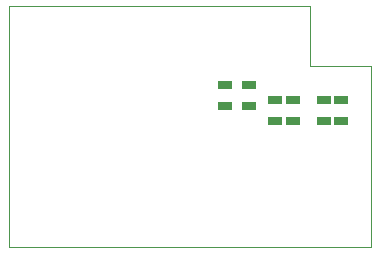
<source format=gtp>
G75*
%MOIN*%
%OFA0B0*%
%FSLAX25Y25*%
%IPPOS*%
%LPD*%
%AMOC8*
5,1,8,0,0,1.08239X$1,22.5*
%
%ADD10C,0.00000*%
%ADD11R,0.04724X0.03150*%
D10*
X0030829Y0002606D02*
X0151329Y0002606D01*
X0151329Y0062811D01*
X0131250Y0062850D01*
X0131211Y0062889D01*
X0131211Y0072811D01*
X0131250Y0082850D01*
X0030829Y0082850D01*
X0030829Y0002606D01*
D11*
X0102829Y0049464D03*
X0102829Y0056551D03*
X0110829Y0056551D03*
X0110829Y0049464D03*
X0119329Y0051551D03*
X0125329Y0051551D03*
X0125329Y0044464D03*
X0119329Y0044464D03*
X0135829Y0044464D03*
X0141329Y0044464D03*
X0141329Y0051551D03*
X0135829Y0051551D03*
M02*

</source>
